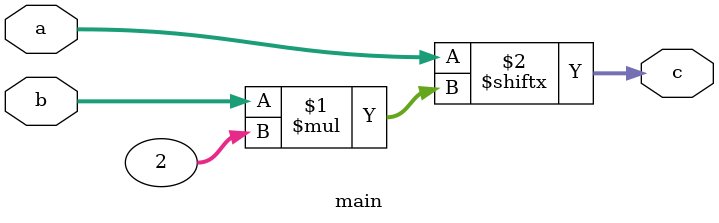
<source format=v>
module main (
  input wire [15:0] a,
  input wire [2:0] b,
  output wire [1:0] c
);
  // b used to address 2 bits from a
  assign c = a[1 + b * 2 : b * 2];

endmodule


</source>
